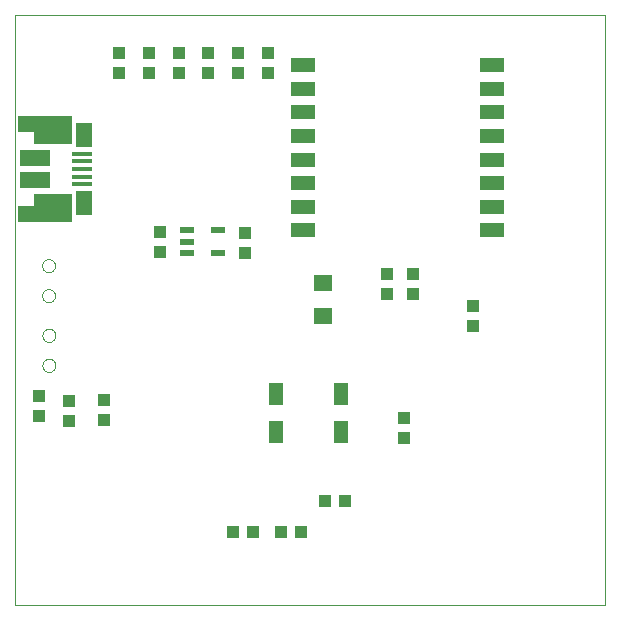
<source format=gbp>
G75*
%MOIN*%
%OFA0B0*%
%FSLAX24Y24*%
%IPPOS*%
%LPD*%
%AMOC8*
5,1,8,0,0,1.08239X$1,22.5*
%
%ADD10C,0.0000*%
%ADD11R,0.0630X0.0551*%
%ADD12R,0.0394X0.0433*%
%ADD13R,0.0433X0.0394*%
%ADD14R,0.0472X0.0217*%
%ADD15R,0.0512X0.0748*%
%ADD16R,0.0673X0.0157*%
%ADD17R,0.0575X0.0787*%
%ADD18R,0.0984X0.0541*%
%ADD19R,0.1252X0.0962*%
%ADD20R,0.1252X0.0962*%
%ADD21R,0.0544X0.0530*%
%ADD22R,0.0544X0.0530*%
%ADD23R,0.0787X0.0512*%
D10*
X000350Y000350D02*
X000350Y020035D01*
X020035Y020035D01*
X020035Y000350D01*
X000350Y000350D01*
X001267Y008344D02*
X001269Y008373D01*
X001275Y008401D01*
X001284Y008429D01*
X001297Y008455D01*
X001314Y008478D01*
X001333Y008500D01*
X001355Y008519D01*
X001380Y008534D01*
X001406Y008547D01*
X001434Y008555D01*
X001462Y008560D01*
X001491Y008561D01*
X001520Y008558D01*
X001548Y008551D01*
X001575Y008541D01*
X001601Y008527D01*
X001624Y008510D01*
X001645Y008490D01*
X001663Y008467D01*
X001678Y008442D01*
X001689Y008415D01*
X001697Y008387D01*
X001701Y008358D01*
X001701Y008330D01*
X001697Y008301D01*
X001689Y008273D01*
X001678Y008246D01*
X001663Y008221D01*
X001645Y008198D01*
X001624Y008178D01*
X001601Y008161D01*
X001575Y008147D01*
X001548Y008137D01*
X001520Y008130D01*
X001491Y008127D01*
X001462Y008128D01*
X001434Y008133D01*
X001406Y008141D01*
X001380Y008154D01*
X001355Y008169D01*
X001333Y008188D01*
X001314Y008210D01*
X001297Y008233D01*
X001284Y008259D01*
X001275Y008287D01*
X001269Y008315D01*
X001267Y008344D01*
X001267Y009344D02*
X001269Y009373D01*
X001275Y009401D01*
X001284Y009429D01*
X001297Y009455D01*
X001314Y009478D01*
X001333Y009500D01*
X001355Y009519D01*
X001380Y009534D01*
X001406Y009547D01*
X001434Y009555D01*
X001462Y009560D01*
X001491Y009561D01*
X001520Y009558D01*
X001548Y009551D01*
X001575Y009541D01*
X001601Y009527D01*
X001624Y009510D01*
X001645Y009490D01*
X001663Y009467D01*
X001678Y009442D01*
X001689Y009415D01*
X001697Y009387D01*
X001701Y009358D01*
X001701Y009330D01*
X001697Y009301D01*
X001689Y009273D01*
X001678Y009246D01*
X001663Y009221D01*
X001645Y009198D01*
X001624Y009178D01*
X001601Y009161D01*
X001575Y009147D01*
X001548Y009137D01*
X001520Y009130D01*
X001491Y009127D01*
X001462Y009128D01*
X001434Y009133D01*
X001406Y009141D01*
X001380Y009154D01*
X001355Y009169D01*
X001333Y009188D01*
X001314Y009210D01*
X001297Y009233D01*
X001284Y009259D01*
X001275Y009287D01*
X001269Y009315D01*
X001267Y009344D01*
X001259Y010670D02*
X001261Y010699D01*
X001267Y010727D01*
X001276Y010755D01*
X001289Y010781D01*
X001306Y010804D01*
X001325Y010826D01*
X001347Y010845D01*
X001372Y010860D01*
X001398Y010873D01*
X001426Y010881D01*
X001454Y010886D01*
X001483Y010887D01*
X001512Y010884D01*
X001540Y010877D01*
X001567Y010867D01*
X001593Y010853D01*
X001616Y010836D01*
X001637Y010816D01*
X001655Y010793D01*
X001670Y010768D01*
X001681Y010741D01*
X001689Y010713D01*
X001693Y010684D01*
X001693Y010656D01*
X001689Y010627D01*
X001681Y010599D01*
X001670Y010572D01*
X001655Y010547D01*
X001637Y010524D01*
X001616Y010504D01*
X001593Y010487D01*
X001567Y010473D01*
X001540Y010463D01*
X001512Y010456D01*
X001483Y010453D01*
X001454Y010454D01*
X001426Y010459D01*
X001398Y010467D01*
X001372Y010480D01*
X001347Y010495D01*
X001325Y010514D01*
X001306Y010536D01*
X001289Y010559D01*
X001276Y010585D01*
X001267Y010613D01*
X001261Y010641D01*
X001259Y010670D01*
X001259Y011670D02*
X001261Y011699D01*
X001267Y011727D01*
X001276Y011755D01*
X001289Y011781D01*
X001306Y011804D01*
X001325Y011826D01*
X001347Y011845D01*
X001372Y011860D01*
X001398Y011873D01*
X001426Y011881D01*
X001454Y011886D01*
X001483Y011887D01*
X001512Y011884D01*
X001540Y011877D01*
X001567Y011867D01*
X001593Y011853D01*
X001616Y011836D01*
X001637Y011816D01*
X001655Y011793D01*
X001670Y011768D01*
X001681Y011741D01*
X001689Y011713D01*
X001693Y011684D01*
X001693Y011656D01*
X001689Y011627D01*
X001681Y011599D01*
X001670Y011572D01*
X001655Y011547D01*
X001637Y011524D01*
X001616Y011504D01*
X001593Y011487D01*
X001567Y011473D01*
X001540Y011463D01*
X001512Y011456D01*
X001483Y011453D01*
X001454Y011454D01*
X001426Y011459D01*
X001398Y011467D01*
X001372Y011480D01*
X001347Y011495D01*
X001325Y011514D01*
X001306Y011536D01*
X001289Y011559D01*
X001276Y011585D01*
X001267Y011613D01*
X001261Y011641D01*
X001259Y011670D01*
D11*
X010635Y011106D03*
X010635Y010003D03*
D12*
X012755Y010712D03*
X012755Y011381D03*
X013618Y011377D03*
X013618Y010708D03*
X008032Y012093D03*
X008032Y012762D03*
X005179Y012786D03*
X005179Y012117D03*
X003814Y018089D03*
X003814Y018758D03*
X006789Y018758D03*
X006789Y018089D03*
D13*
X007787Y018089D03*
X008807Y018089D03*
X008807Y018758D03*
X007787Y018758D03*
X005812Y018758D03*
X004812Y018758D03*
X004812Y018089D03*
X005812Y018089D03*
X015613Y010319D03*
X015613Y009650D03*
X013327Y006585D03*
X013327Y005916D03*
X011372Y003824D03*
X010703Y003824D03*
X009905Y002795D03*
X009236Y002795D03*
X008277Y002805D03*
X007608Y002805D03*
X003312Y006508D03*
X002169Y006501D03*
X001156Y006643D03*
X001156Y007312D03*
X002169Y007170D03*
X003312Y007177D03*
D14*
X006095Y012096D03*
X006095Y012470D03*
X006095Y012844D03*
X007119Y012844D03*
X007119Y012096D03*
D15*
X009049Y007385D03*
X011214Y007385D03*
X011214Y006125D03*
X009049Y006125D03*
D16*
X002598Y014382D03*
X002598Y014638D03*
X002598Y014894D03*
X002598Y015150D03*
X002598Y015406D03*
D17*
X002649Y016036D03*
X002649Y013752D03*
D18*
X001011Y014525D03*
X001011Y015263D03*
D19*
X001633Y013601D03*
D20*
X001633Y016182D03*
D21*
X000734Y013384D03*
D22*
X000734Y016396D03*
D23*
X009950Y016781D03*
X009950Y015994D03*
X009950Y015206D03*
X009950Y014419D03*
X009950Y013631D03*
X009950Y012844D03*
X016250Y012844D03*
X016250Y013631D03*
X016250Y014419D03*
X016250Y015206D03*
X016250Y015994D03*
X016250Y016781D03*
X016250Y017569D03*
X016250Y018356D03*
X009950Y018356D03*
X009950Y017569D03*
M02*

</source>
